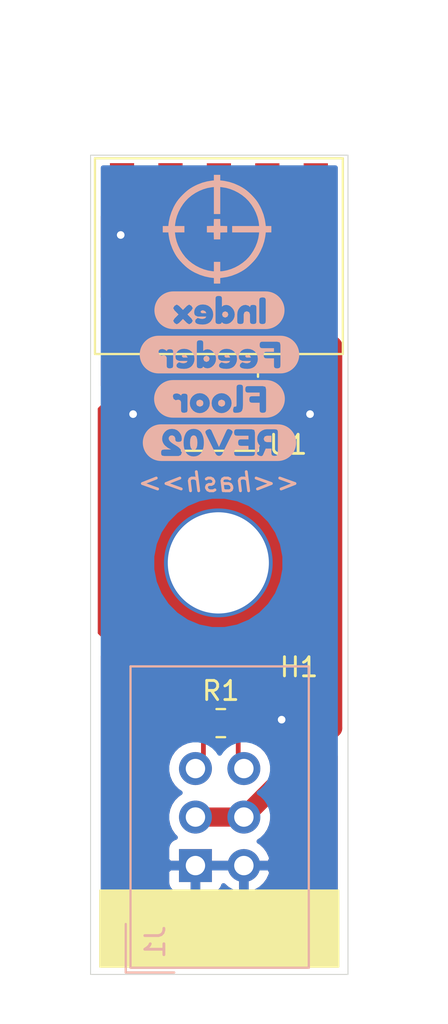
<source format=kicad_pcb>
(kicad_pcb (version 20211014) (generator pcbnew)
  (layers (0 "F.Cu" signal) (31 "B.Cu" signal) (34 "B.Paste" user) (35 "F.Paste" user) (36 "B.SilkS" user "B.Silkscreen") (37 "F.SilkS" user "F.Silkscreen") (38 "B.Mask" user) (39 "F.Mask" user) (44 "Edge.Cuts" user))
  (net 0 "")
  (net 1 "GND")
  (net 2 "1WIRE")
  (net 3 "Net-(U1-Pad3)")
  (net 4 "Net-(U1-Pad4)")
  (net 5 "Net-(U1-Pad5)")
  (net 6 "Net-(U1-Pad6)")
  (net 7 "VIN")
  (net 8 "RS-485+")
  (net 9 "RS-485-")
  (footprint "index:70AA-5" (layer "F.Cu") (at 186.65 29.1)
    (fp_text reference "J2" hide)
    (fp_text value "Conn_01x10_Female")
    (fp_line (start -1.4191 -8.9365) (end -1.4191 1.3135) (layer "F.SilkS") (width 0.12))
    (fp_line (start -1.4191 1.3135) (end 11.5809 1.3135) (layer "F.SilkS") (width 0.12))
    (fp_line (start 11.5809 -8.9365) (end -1.4191 -8.9365) (layer "F.SilkS") (width 0.12))
    (fp_line (start 11.5809 1.3135) (end 11.5809 -8.9365) (layer "F.SilkS") (width 0.12))
    (pad "1" smd rect locked (at 0 0) (size 1.27 2.25) (layers "F.Cu" "F.Paste" "F.Mask") (net 1 "GND"))
    (pad "2" smd rect locked (at 2.54 0) (size 1.27 2.25) (layers "F.Cu" "F.Paste" "F.Mask") (net 2 "1WIRE"))
    (pad "3" smd rect locked (at 5.08 0) (size 1.27 2.25) (layers "F.Cu" "F.Paste" "F.Mask") (net 9 "RS-485-"))
    (pad "4" smd rect locked (at 7.62 0) (size 1.27 2.25) (layers "F.Cu" "F.Paste" "F.Mask") (net 8 "RS-485+"))
    (pad "5" smd rect locked (at 10.16 0) (size 1.27 2.25) (layers "F.Cu" "F.Paste" "F.Mask") (net 7 "VIN"))
    (pad "6" smd rect locked (at 10.16 -7.55) (size 1.27 2.25) (layers "F.Cu" "F.Paste" "F.Mask") (net 7 "VIN"))
    (pad "7" smd rect locked (at 7.62 -7.55) (size 1.27 2.25) (layers "F.Cu" "F.Paste" "F.Mask") (net 8 "RS-485+"))
    (pad "8" smd rect locked (at 5.08 -7.55) (size 1.27 2.25) (layers "F.Cu" "F.Paste" "F.Mask") (net 9 "RS-485-"))
    (pad "9" smd rect locked (at 2.54 -7.5565) (size 1.27 2.25) (layers "F.Cu" "F.Paste" "F.Mask") (net 2 "1WIRE"))
    (pad "10" smd rect locked (at 0 -7.5565) (size 1.27 2.25) (layers "F.Cu" "F.Paste" "F.Mask") (net 1 "GND"))
  )
  (footprint "Resistor_SMD:R_0805_2012Metric" (layer "F.Cu") (at 191.83 49.74 180)
    (fp_text reference "R1" (at 0 1.69) (layer "F.SilkS"))
    (fp_text value "120R")
    (fp_line (start -0.227064 -0.735) (end 0.227064 -0.735) (layer "F.SilkS") (width 0.12))
    (fp_line (start -0.227064 0.735) (end 0.227064 0.735) (layer "F.SilkS") (width 0.12))
    (pad "1" smd roundrect locked (at -0.9125 0 180) (size 1.025 1.4) (layers "F.Cu" "F.Paste" "F.Mask") (roundrect_rratio 0.243902) (net 9 "RS-485-"))
    (pad "2" smd roundrect locked (at 0.9125 0 180) (size 1.025 1.4) (layers "F.Cu" "F.Paste" "F.Mask") (roundrect_rratio 0.243902) (net 8 "RS-485+"))
  )
  (footprint "Package_SO_J-Lead:TSOC-6_3.76x3.94mm_P1.27mm" (layer "F.Cu") (at 191.79 33.4)
    (fp_text reference "U1" (at 3.57 1.76 180) (layer "F.SilkS"))
    (fp_text value "DS2431")
    (fp_line (start 1.99 1.795) (end 1.99 2.08) (layer "F.SilkS") (width 0.12))
    (fp_line (start -1.99 2.08) (end 1.99 2.08) (layer "F.SilkS") (width 0.12))
    (fp_line (start -1.99 1.795) (end -1.99 2.08) (layer "F.SilkS") (width 0.12))
    (fp_line (start 1.99 -2.08) (end 1.99 -1.795) (layer "F.SilkS") (width 0.12))
    (fp_line (start 0 -2.08) (end 1.99 -2.08) (layer "F.SilkS") (width 0.12))
    (pad "1" smd rect locked (at -1.525 -1.27) (size 1.33 0.53) (layers "F.Cu" "F.Paste" "F.Mask") (net 1 "GND"))
    (pad "2" smd rect locked (at -1.525 0) (size 1.33 0.53) (layers "F.Cu" "F.Paste" "F.Mask") (net 2 "1WIRE"))
    (pad "3" smd rect locked (at -1.525 1.27) (size 1.33 0.53) (layers "F.Cu" "F.Paste" "F.Mask") (net 3 "Net-(U1-Pad3)"))
    (pad "4" smd rect locked (at 1.525 1.27) (size 1.33 0.53) (layers "F.Cu" "F.Paste" "F.Mask") (net 4 "Net-(U1-Pad4)"))
    (pad "5" smd rect locked (at 1.525 0) (size 1.33 0.53) (layers "F.Cu" "F.Paste" "F.Mask") (net 5 "Net-(U1-Pad5)"))
    (pad "6" smd rect locked (at 1.525 -1.27) (size 1.33 0.53) (layers "F.Cu" "F.Paste" "F.Mask") (net 6 "Net-(U1-Pad6)"))
  )
  (footprint "MountingHole:MountingHole_5.3mm_M5_Pad_TopOnly" (layer "F.Cu") (at 191.7 41.35)
    (fp_text reference "H1" (at 4.23 5.46) (layer "F.SilkS"))
    (fp_text value "MountingHole")
    (pad "1" thru_hole circle locked (at 0 0) (size 5.7 5.7) (drill 5.3) (layers *.Cu *.Mask))
    (pad "1" connect circle locked (at 0 0) (size 10.6 10.6) (layers "F.Cu" "F.Mask"))
  )
  (footprint "Connector_IDC:IDC-Header_2x03_P2.54mm_Vertical" (layer "B.Cu") (at 190.5 57.2)
    (fp_text reference "J1" (at -2.11 4 90) (layer "B.SilkS") (effects (justify mirror)))
    (fp_text value "IDC")
    (fp_line (start -3.655 5.6) (end -1.115 5.6) (layer "B.SilkS") (width 0.12))
    (fp_line (start -3.405 5.35) (end 5.945 5.35) (layer "B.SilkS") (width 0.12))
    (fp_line (start -3.405 -10.43) (end -3.405 5.35) (layer "B.SilkS") (width 0.12))
    (fp_line (start 5.945 -10.43) (end -3.405 -10.43) (layer "B.SilkS") (width 0.12))
    (fp_line (start -3.655 5.6) (end -3.655 3.06) (layer "B.SilkS") (width 0.12))
    (fp_line (start 5.945 5.35) (end 5.945 -10.43) (layer "B.SilkS") (width 0.12))
    (pad "1" thru_hole rect locked (at 0 0) (size 1.7272 1.7272) (drill 1.016) (layers *.Cu *.Mask) (net 1 "GND"))
    (pad "2" thru_hole oval locked (at 2.54 0) (size 1.7272 1.7272) (drill 1.016) (layers *.Cu *.Mask) (net 1 "GND"))
    (pad "3" thru_hole oval locked (at 0 -2.54) (size 1.7272 1.7272) (drill 1.016) (layers *.Cu *.Mask) (net 7 "VIN"))
    (pad "4" thru_hole oval locked (at 2.54 -2.54) (size 1.7272 1.7272) (drill 1.016) (layers *.Cu *.Mask) (net 7 "VIN"))
    (pad "5" thru_hole oval locked (at 0 -5.08) (size 1.7272 1.7272) (drill 1.016) (layers *.Cu *.Mask) (net 8 "RS-485+"))
    (pad "6" thru_hole oval locked (at 2.54 -5.08) (size 1.7272 1.7272) (drill 1.016) (layers *.Cu *.Mask) (net 9 "RS-485-"))
  )
  (footprint "index:logo" (layer "B.Cu") (at 191.64 23.87 180)
    (fp_text reference "G***" hide)
    (fp_text value "LOGO" hide)
    (fp_poly (pts (xy 0.172439 0.342195) (xy 0.176389 0.162278) (xy 0.356305 0.158329) (xy 0.536222 0.154379) (xy 0.536222 -0.16849) (xy 0.356305 -0.172439) (xy 0.176389 -0.176389) (xy 0.172439 -0.356305) (xy 0.16849 -0.536222) (xy -0.154379 -0.536222) (xy -0.158329 -0.356305) (xy -0.162278 -0.176389) (xy -0.342195 -0.172439) (xy -0.522111 -0.16849) (xy -0.522111 0.154379) (xy -0.342195 0.158329) (xy -0.162278 0.162278) (xy -0.158329 0.342195) (xy -0.154379 0.522111) (xy 0.16849 0.522111) (xy 0.172439 0.342195)) (layer "B.SilkS") (width 0.01) (fill solid))
    (fp_poly (pts (xy 0.169333 2.543898) (xy 0.263869 2.534212) (xy 0.52296 2.493539) (xy 0.77827 2.424972) (xy 1.029979 2.32846) (xy 1.150055 2.27195) (xy 1.292674 2.196349) (xy 1.419534 2.118738) (xy 1.537813 2.033871) (xy 1.654691 1.936508) (xy 1.777345 1.821403) (xy 1.806554 1.792443) (xy 1.926386 1.667492) (xy 2.027294 1.549938) (xy 2.114522 1.432602) (xy 2.193312 1.308306) (xy 2.268909 1.16987) (xy 2.286061 1.135945) (xy 2.396061 0.885908) (xy 2.478089 0.632356) (xy 2.532199 0.375109) (xy 2.548323 0.249759) (xy 2.558008 0.155222) (xy 2.850444 0.155222) (xy 2.850444 -0.169333) (xy 2.557399 -0.169333) (xy 2.547535 -0.264583) (xy 2.507659 -0.521009) (xy 2.441477 -0.771033) (xy 2.348236 -1.017208) (xy 2.286061 -1.150055) (xy 2.21046 -1.292674) (xy 2.132848 -1.419534) (xy 2.047982 -1.537813) (xy 1.950619 -1.654691) (xy 1.835514 -1.777345) (xy 1.806554 -1.806554) (xy 1.681603 -1.926386) (xy 1.564049 -2.027294) (xy 1.446713 -2.114522) (xy 1.322416 -2.193312) (xy 1.18398 -2.268909) (xy 1.150055 -2.286061) (xy 0.900019 -2.396061) (xy 0.646466 -2.478089) (xy 0.38922 -2.532199) (xy 0.263869 -2.548323) (xy 0.169333 -2.558008) (xy 0.169333 -2.850444) (xy -0.155222 -2.850444) (xy -0.155222 -2.558008) (xy -0.249759 -2.548323) (xy -0.508849 -2.507649) (xy -0.76416 -2.439083) (xy -1.015868 -2.34257) (xy -1.135945 -2.286061) (xy -1.278563 -2.21046) (xy -1.405423 -2.132848) (xy -1.523702 -2.047982) (xy -1.64058 -1.950619) (xy -1.763235 -1.835514) (xy -1.792443 -1.806554) (xy -1.912275 -1.681603) (xy -2.013183 -1.564049) (xy -2.100411 -1.446713) (xy -2.179202 -1.322416) (xy -2.254798 -1.18398) (xy -2.27195 -1.150055) (xy -2.38195 -0.900019) (xy -2.463979 -0.646466) (xy -2.518088 -0.38922) (xy -2.534212 -0.263869) (xy -2.543898 -0.169333) (xy -2.836333 -0.169333) (xy -2.836333 0.155222) (xy -2.543898 0.155222) (xy -2.205231 0.155222) (xy -0.790222 0.155222) (xy -0.790222 -0.169333) (xy -2.205231 -0.169333) (xy -2.195524 -0.264583) (xy -2.159639 -0.484313) (xy -2.097594 -0.704567) (xy -2.011111 -0.921475) (xy -1.901907 -1.131165) (xy -1.771704 -1.329766) (xy -1.659801 -1.470858) (xy -1.506596 -1.628821) (xy -1.33195 -1.773377) (xy -1.140543 -1.901804) (xy -0.937055 -2.011383) (xy -0.726165 -2.09939) (xy -0.512554 -2.163106) (xy -0.443468 -2.178102) (xy -0.370237 -2.192329) (xy -0.31788 -2.201925) (xy -0.27962 -2.20791) (xy -0.248682 -2.211303) (xy -0.218287 -2.213125) (xy -0.208139 -2.213523) (xy -0.155222 -2.215444) (xy -0.155222 -1.721555) (xy 0.169333 -1.721555) (xy 0.169333 -2.219342) (xy 0.264583 -2.209635) (xy 0.483298 -2.173883) (xy 0.70209 -2.112335) (xy 0.916909 -2.027114) (xy 1.123706 -1.920343) (xy 1.318431 -1.794146) (xy 1.497033 -1.650645) (xy 1.655463 -1.491964) (xy 1.673912 -1.470858) (xy 1.818922 -1.28327) (xy 1.944237 -1.081651) (xy 2.048139 -0.869873) (xy 2.128907 -0.651808) (xy 2.184824 -0.431326) (xy 2.209635 -0.264583) (xy 2.219342 -0.169333) (xy 1.721555 -0.169333) (xy 1.721555 0.155222) (xy 2.219342 0.155222) (xy 2.209635 0.250472) (xy 2.173749 0.470202) (xy 2.111705 0.690456) (xy 2.025222 0.907364) (xy 1.916018 1.117054) (xy 1.785814 1.315655) (xy 1.673912 1.456747) (xy 1.518331 1.617203) (xy 1.342063 1.762747) (xy 1.149159 1.891257) (xy 0.943669 2.000609) (xy 0.729643 2.088681) (xy 0.511131 2.153349) (xy 0.292182 2.192491) (xy 0.264583 2.195524) (xy 0.169333 2.205231) (xy 0.169333 0.790222) (xy -0.155222 0.790222) (xy -0.155222 2.205231) (xy -0.250472 2.195524) (xy -0.469187 2.159772) (xy -0.687979 2.098224) (xy -0.902798 2.013003) (xy -1.109595 1.906233) (xy -1.30432 1.780035) (xy -1.482922 1.636534) (xy -1.641352 1.477853) (xy -1.659801 1.456747) (xy -1.804811 1.269159) (xy -1.930126 1.06754) (xy -2.034028 0.855762) (xy -2.114796 0.637697) (xy -2.170713 0.417216) (xy -2.195524 0.250472) (xy -2.205231 0.155222) (xy -2.543898 0.155222) (xy -2.534212 0.249759) (xy -2.493539 0.508849) (xy -2.424972 0.76416) (xy -2.32846 1.015868) (xy -2.27195 1.135945) (xy -2.196349 1.278563) (xy -2.118738 1.405423) (xy -2.033871 1.523702) (xy -1.936508 1.64058) (xy -1.821403 1.763235) (xy -1.792443 1.792443) (xy -1.667492 1.912275) (xy -1.549938 2.013183) (xy -1.432602 2.100411) (xy -1.308306 2.179202) (xy -1.16987 2.254798) (xy -1.135945 2.27195) (xy -0.885908 2.38195) (xy -0.632356 2.463979) (xy -0.375109 2.518088) (xy -0.249759 2.534212) (xy -0.155222 2.543898) (xy -0.155222 2.836333) (xy 0.169333 2.836333) (xy 0.169333 2.543898)) (layer "B.SilkS") (width 0.01) (fill solid))
  )
  (footprint "label" (layer "B.Cu") (at 191.76 28.12 180)
    (fp_text reference "svg2mod" hide)
    (fp_text value "G***" hide)
    (fp_poly (pts (xy 0.923925 -0.158115) (xy 0.996315 -0.097155) (xy 0.962977 -0.02667) (xy 0.867727 0) (xy 0.744855 -0.050483) (xy 0.683895 -0.158115) (xy 0.923925 -0.158115)) (layer "B.SilkS") (width 0) (fill solid))
    (fp_poly (pts (xy -2.425065 0.98679) (xy -2.425065 0.504825) (xy -2.422208 0.570548) (xy -2.40411 0.62103) (xy -2.353628 0.659606) (xy -2.25552 0.672465) (xy -2.149316 0.654844) (xy -2.097405 0.60198) (xy -0.127635 0.58293) (xy -0.124778 0.648653) (xy -0.107633 0.698183) (xy -0.05715 0.737235) (xy 0.039052 0.748665) (xy 0.135255 0.737235) (xy 0.185737 0.69723) (xy 0.202882 0.646748) (xy 0.20574 0.581025) (xy 0.484822 0.157163) (xy 0.5969 0.237067) (xy 0.726122 0.285009) (xy 0.87249 0.30099) (xy 0.996077 0.289322) (xy 1.102042 0.254317) (xy 1.190387 0.195977) (xy 1.26111 0.1143) (xy 1.309687 0.010716) (xy 1.32588 -0.101918) (xy 1.311354 -0.203835) (xy 1.267777 -0.275273) (xy 1.13919 -0.33147) (xy 0.687705 -0.33147) (xy 0.75057 -0.421005) (xy 0.8763 -0.4572) (xy 0.974884 -0.451485) (xy 1.049655 -0.43434) (xy 1.07061 -0.42672) (xy 1.14681 -0.405765) (xy 1.251585 -0.49149) (xy 1.27635 -0.57912) (xy 1.25099 -0.653296) (xy 1.174909 -0.706279) (xy 1.048107 -0.738068) (xy 0.870585 -0.748665) (xy 0.737473 -0.736521) (xy 0.620077 -0.700088) (xy 0.522684 -0.643652) (xy 0.44958 -0.5715) (xy 0.382905 -0.464608) (xy 0.3429 -0.349673) (xy 0.329565 -0.226695) (xy 0.346816 -0.077364) (xy 0.398568 0.050588) (xy 0.484822 0.157163) (xy 0.20574 0.581025) (xy 0.20574 -0.55626) (xy 0.202882 -0.621983) (xy 0.184785 -0.67056) (xy 0.130254 -0.709136) (xy 0.023812 -0.721995) (xy -0.079296 -0.698659) (xy -0.123825 -0.62865) (xy -0.219551 -0.69723) (xy -0.34671 -0.72009) (xy -0.457623 -0.703474) (xy -0.561763 -0.653627) (xy -0.65913 -0.570548) (xy -0.737447 -0.465349) (xy -0.784437 -0.349144) (xy -0.8001 -0.221933) (xy -0.784331 -0.094615) (xy -0.737023 0.021908) (xy -0.658178 0.127635) (xy -0.560493 0.211243) (xy -0.456671 0.261408) (xy -0.34671 0.27813) (xy -0.221456 0.254317) (xy -0.127635 0.18288) (xy -0.127635 0.58293) (xy -2.097405 0.60198) (xy -2.08788 0.50292) (xy -1.377315 0.280035) (xy -1.257406 0.263843) (xy -1.151678 0.215265) (xy -1.060133 0.134303) (xy -0.989753 0.030057) (xy -0.947526 -0.088371) (xy -0.93345 -0.22098) (xy -0.93345 -0.55626) (xy -0.936308 -0.621983) (xy -0.9525 -0.67056) (xy -1.002983 -0.709136) (xy -1.10109 -0.721995) (xy -1.20777 -0.704374) (xy -1.2573 -0.65151) (xy -1.26873 -0.554355) (xy -1.26873 -0.219075) (xy -1.313498 -0.097155) (xy -1.433513 -0.05334) (xy -1.555433 -0.09906) (xy -1.602105 -0.219075) (xy -1.602105 -0.55626) (xy -1.604963 -0.621983) (xy -1.62306 -0.67056) (xy -1.672114 -0.709136) (xy -1.769745 -0.721995) (xy -1.866424 -0.709136) (xy -1.91643 -0.67056) (xy -1.932623 -0.620078) (xy -1.93548 -0.554355) (xy -1.93548 0.120015) (xy -1.932623 0.183833) (xy -1.914525 0.23241) (xy -1.864519 0.268129) (xy -1.76784 0.280035) (xy -1.674019 0.269081) (xy -1.624965 0.23622) (xy -1.605915 0.158115) (xy -1.571625 0.196215) (xy -1.52019 0.23622) (xy -1.377315 0.280035) (xy -2.08788 0.50292) (xy -2.08788 -0.55626) (xy -2.090738 -0.622935) (xy -2.108835 -0.672465) (xy -2.159318 -0.711041) (xy -2.257425 -0.7239) (xy -2.363153 -0.705803) (xy -2.413635 -0.65151) (xy -2.425065 -0.554355) (xy -2.425065 0.504825) (xy -2.425065 0.98679) (xy -2.425224 0.98679) (xy -2.521946 0.982038) (xy -2.617737 0.967829) (xy -2.711674 0.944299) (xy -2.802852 0.911675) (xy -2.890393 0.870271) (xy -2.973455 0.820486) (xy -3.051237 0.762799) (xy -3.12299 0.697766) (xy -3.188023 0.626013) (xy -3.24571 0.548231) (xy -3.295495 0.46517) (xy -3.336899 0.377628) (xy -3.369523 0.28645) (xy -3.393053 0.192513) (xy -3.407262 0.096722) (xy -3.412014 0) (xy -3.407262 -0.096722) (xy -3.393053 -0.192513) (xy -3.369523 -0.28645) (xy -3.336899 -0.377628) (xy -3.295495 -0.46517) (xy -3.24571 -0.548231) (xy -3.188023 -0.626013) (xy -3.12299 -0.697766) (xy -3.051237 -0.762799) (xy -2.973455 -0.820486) (xy -2.890393 -0.870271) (xy -2.802852 -0.911675) (xy -2.711674 -0.944299) (xy -2.617737 -0.967829) (xy -2.521946 -0.982038) (xy -2.425224 -0.98679) (xy -2.425065 -0.98679) (xy 2.425065 -0.98679) (xy 2.356485 -0.667703) (xy 2.24028 -0.73533) (xy 2.124075 -0.66675) (xy 1.914525 -0.455295) (xy 1.70307 -0.66675) (xy 1.587817 -0.73533) (xy 1.471612 -0.667703) (xy 1.40208 -0.551498) (xy 1.47066 -0.43434) (xy 1.682115 -0.22098) (xy 1.47066 -0.00762) (xy 1.40208 0.109538) (xy 1.471612 0.226695) (xy 1.587817 0.295275) (xy 1.70307 0.226695) (xy 1.914525 0.013335) (xy 2.124075 0.226695) (xy 2.24028 0.295275) (xy 2.356485 0.226695) (xy 2.425065 0.109538) (xy 2.356485 -0.00762) (xy 2.14503 -0.22098) (xy 2.356485 -0.43434) (xy 2.425065 -0.551498) (xy 2.356485 -0.667703) (xy 2.425065 -0.98679) (xy 2.425224 -0.98679) (xy 2.521946 -0.982038) (xy 2.617737 -0.967829) (xy 2.711674 -0.944299) (xy 2.802852 -0.911675) (xy 2.890393 -0.870271) (xy 2.973455 -0.820486) (xy 3.051237 -0.762799) (xy 3.12299 -0.697766) (xy 3.188023 -0.626013) (xy 3.24571 -0.548231) (xy 3.295495 -0.46517) (xy 3.336899 -0.377628) (xy 3.369523 -0.28645) (xy 3.393053 -0.192513) (xy 3.407262 -0.096722) (xy 3.412014 0) (xy 3.407262 0.096722) (xy 3.393053 0.192513) (xy 3.369523 0.28645) (xy 3.336899 0.377628) (xy 3.295495 0.46517) (xy 3.24571 0.548231) (xy 3.188023 0.626013) (xy 3.12299 0.697766) (xy 3.051237 0.762799) (xy 2.973455 0.820486) (xy 2.890393 0.870271) (xy 2.802852 0.911675) (xy 2.711674 0.944299) (xy 2.617737 0.967829) (xy 2.521946 0.982038) (xy 2.425224 0.98679) (xy 2.425065 0.98679) (xy -2.425065 0.98679)) (layer "B.SilkS") (width 0) (fill solid))
    (fp_poly (pts (xy -0.417195 -0.337185) (xy -0.29718 -0.38862) (xy -0.180023 -0.337185) (xy -0.13335 -0.223838) (xy -0.178118 -0.108585) (xy -0.299085 -0.055245) (xy -0.421005 -0.107633) (xy -0.466725 -0.222885) (xy -0.417195 -0.337185)) (layer "B.SilkS") (width 0) (fill solid))
  )
  (footprint "label" (layer "B.Cu") (at 191.76 30.44161 180)
    (fp_text reference "svg2mod" hide)
    (fp_text value "G***" hide)
    (fp_poly (pts (xy -0.325755 -0.158115) (xy -0.253365 -0.097155) (xy -0.286703 -0.02667) (xy -0.381953 0) (xy -0.504825 -0.050483) (xy -0.565785 -0.158115) (xy -0.325755 -0.158115)) (layer "B.SilkS") (width 0) (fill solid))
    (fp_poly (pts (xy -3.19659 0.98679) (xy -2.272665 0.672465) (xy -2.206943 0.669608) (xy 0.85344 0.58293) (xy 0.856297 0.648653) (xy 0.873442 0.698183) (xy 0.923925 0.737235) (xy 1.020127 0.748665) (xy 1.11633 0.737235) (xy 1.166812 0.69723) (xy 1.183957 0.646748) (xy 1.186815 0.581025) (xy 1.465897 0.157163) (xy 1.577975 0.237067) (xy 1.707197 0.285009) (xy 1.853565 0.30099) (xy 1.977152 0.289322) (xy 2.083117 0.254317) (xy 2.171462 0.195977) (xy 2.242185 0.1143) (xy 2.290762 0.010716) (xy 2.306955 -0.101918) (xy 2.292429 -0.203835) (xy 2.248852 -0.275273) (xy 2.120265 -0.33147) (xy 1.66878 -0.33147) (xy 1.731645 -0.421005) (xy 1.857375 -0.4572) (xy 1.955959 -0.451485) (xy 2.03073 -0.43434) (xy 2.051685 -0.42672) (xy 2.127885 -0.405765) (xy 2.23266 -0.49149) (xy 2.257425 -0.57912) (xy 2.232065 -0.653296) (xy 2.155984 -0.706279) (xy 2.029182 -0.738068) (xy 1.85166 -0.748665) (xy 1.718548 -0.736521) (xy 1.601152 -0.700088) (xy 1.503759 -0.643652) (xy 1.430655 -0.5715) (xy 1.36398 -0.464608) (xy 1.323975 -0.349673) (xy 1.31064 -0.226695) (xy 1.327891 -0.077364) (xy 1.379643 0.050588) (xy 1.465897 0.157163) (xy 1.186815 0.581025) (xy 1.186815 -0.55626) (xy 1.183957 -0.621983) (xy 1.16586 -0.67056) (xy 1.111329 -0.709136) (xy 1.004887 -0.721995) (xy 0.901779 -0.698659) (xy 0.85725 -0.62865) (xy 0.761524 -0.69723) (xy 0.634365 -0.72009) (xy 0.523452 -0.703474) (xy 0.419312 -0.653627) (xy 0.321945 -0.570548) (xy 0.243628 -0.465349) (xy 0.196638 -0.349144) (xy 0.180975 -0.221933) (xy 0.196744 -0.094615) (xy 0.244052 0.021908) (xy 0.322897 0.127635) (xy 0.420582 0.211243) (xy 0.524404 0.261408) (xy 0.634365 0.27813) (xy 0.759619 0.254317) (xy 0.85344 0.18288) (xy 0.85344 0.58293) (xy -2.206943 0.669608) (xy -2.157413 0.65151) (xy -2.11836 0.600075) (xy -2.10693 0.50292) (xy -2.11836 0.405765) (xy -2.158365 0.355283) (xy -2.208848 0.338138) (xy -1.942677 0.050588) (xy -1.856423 0.157163) (xy -1.744345 0.237067) (xy -1.615123 0.285009) (xy -1.468755 0.30099) (xy -1.345168 0.289322) (xy -1.239203 0.254317) (xy -1.150858 0.195977) (xy -1.080135 0.1143) (xy -0.902864 -0.077364) (xy -0.851112 0.050588) (xy -0.764858 0.157163) (xy -0.65278 0.237067) (xy -0.523558 0.285009) (xy -0.37719 0.30099) (xy -0.253603 0.289322) (xy -0.147638 0.254317) (xy -0.059293 0.195977) (xy 0.01143 0.1143) (xy 0.060007 0.010716) (xy 0.0762 -0.101918) (xy 0.061674 -0.203835) (xy 0.018097 -0.275273) (xy -0.11049 -0.33147) (xy -0.561975 -0.33147) (xy -0.49911 -0.421005) (xy -0.37338 -0.4572) (xy -0.274796 -0.451485) (xy -0.200025 -0.43434) (xy -0.17907 -0.42672) (xy -0.10287 -0.405765) (xy 0.001905 -0.49149) (xy 0.02667 -0.57912) (xy 0.00131 -0.653296) (xy -0.074771 -0.706279) (xy -0.201573 -0.738068) (xy -0.379095 -0.748665) (xy -0.512207 -0.736521) (xy -0.629603 -0.700088) (xy -0.726996 -0.643652) (xy -0.8001 -0.5715) (xy -0.866775 -0.464608) (xy -0.90678 -0.349673) (xy -0.920115 -0.226695) (xy -0.902864 -0.077364) (xy -1.080135 0.1143) (xy -1.031558 0.010716) (xy -1.015365 -0.101918) (xy -1.029891 -0.203835) (xy -1.073468 -0.275273) (xy -1.202055 -0.33147) (xy -1.65354 -0.33147) (xy -1.590675 -0.421005) (xy -1.464945 -0.4572) (xy -1.366361 -0.451485) (xy -1.29159 -0.43434) (xy -1.270635 -0.42672) (xy -1.194435 -0.405765) (xy -1.08966 -0.49149) (xy -1.064895 -0.57912) (xy -1.090255 -0.653296) (xy -1.166336 -0.706279) (xy -1.293138 -0.738068) (xy -1.47066 -0.748665) (xy -1.603772 -0.736521) (xy -1.721168 -0.700088) (xy -1.818561 -0.643652) (xy -1.891665 -0.5715) (xy -1.95834 -0.464608) (xy -1.998345 -0.349673) (xy -2.01168 -0.226695) (xy -1.994429 -0.077364) (xy -1.942677 0.050588) (xy -2.208848 0.338138) (xy -2.276475 0.33528) (xy -2.859405 0.33528) (xy -2.859405 0.142875) (xy -2.48412 0.142875) (xy -2.416493 0.140018) (xy -2.36601 0.12192) (xy -2.328863 0.070009) (xy -2.31648 -0.028575) (xy -2.334578 -0.134779) (xy -2.38887 -0.18669) (xy -2.486025 -0.196215) (xy -2.859405 -0.196215) (xy -2.859405 -0.55626) (xy -2.862263 -0.622935) (xy -2.88036 -0.672465) (xy -2.930843 -0.711041) (xy -3.02895 -0.7239) (xy -3.134678 -0.705803) (xy -3.18516 -0.65151) (xy -3.19659 -0.554355) (xy -3.19659 0.504825) (xy -3.160395 0.637223) (xy -3.023235 0.672465) (xy -2.272665 0.672465) (xy -3.19659 0.98679) (xy -3.196749 0.98679) (xy -3.293471 0.982038) (xy -3.389262 0.967829) (xy -3.483199 0.944299) (xy -3.574377 0.911675) (xy -3.661918 0.870271) (xy -3.74498 0.820486) (xy -3.822762 0.762799) (xy -3.894515 0.697766) (xy -3.959548 0.626013) (xy -4.017235 0.548231) (xy -4.06702 0.46517) (xy -4.108424 0.377628) (xy -4.141048 0.28645) (xy -4.164578 0.192513) (xy -4.178787 0.096722) (xy -4.183539 0) (xy -4.178787 -0.096722) (xy -4.164578 -0.192513) (xy -4.141048 -0.28645) (xy -4.108424 -0.377628) (xy -4.06702 -0.46517) (xy -4.017235 -0.548231) (xy -3.959548 -0.626013) (xy -3.894515 -0.697766) (xy -3.822762 -0.762799) (xy -3.74498 -0.820486) (xy -3.661918 -0.870271) (xy -3.574377 -0.911675) (xy -3.483199 -0.944299) (xy -3.389262 -0.967829) (xy -3.293471 -0.982038) (xy -3.196749 -0.98679) (xy -3.19659 -0.98679) (xy 3.19659 -0.98679) (xy 3.05562 -0.06477) (xy 2.989897 -0.04953) (xy 2.90703 -0.03429) (xy 2.810827 -0.070485) (xy 2.76606 -0.158115) (xy 2.76606 -0.558165) (xy 2.763202 -0.623888) (xy 2.745105 -0.67437) (xy 2.69367 -0.711518) (xy 2.596515 -0.7239) (xy 2.46507 -0.691515) (xy 2.43078 -0.6096) (xy 2.43078 -0.554355) (xy 2.43078 0.1143) (xy 2.433637 0.180023) (xy 2.44983 0.2286) (xy 2.500312 0.267176) (xy 2.59842 0.280035) (xy 2.691289 0.269081) (xy 2.741295 0.23622) (xy 2.76225 0.173355) (xy 2.789872 0.20574) (xy 2.867025 0.257175) (xy 2.970847 0.28956) (xy 3.046095 0.284798) (xy 3.11277 0.268605) (xy 3.172777 0.229553) (xy 3.19659 0.14097) (xy 3.160395 0.00762) (xy 3.05562 -0.06477) (xy 3.19659 -0.98679) (xy 3.196749 -0.98679) (xy 3.293471 -0.982038) (xy 3.389262 -0.967829) (xy 3.483199 -0.944299) (xy 3.574377 -0.911675) (xy 3.661918 -0.870271) (xy 3.74498 -0.820486) (xy 3.822762 -0.762799) (xy 3.894515 -0.697766) (xy 3.959548 -0.626013) (xy 4.017235 -0.548231) (xy 4.06702 -0.46517) (xy 4.108424 -0.377628) (xy 4.141048 -0.28645) (xy 4.164578 -0.192513) (xy 4.178787 -0.096722) (xy 4.183539 0) (xy 4.178787 0.096722) (xy 4.164578 0.192513) (xy 4.141048 0.28645) (xy 4.108424 0.377628) (xy 4.06702 0.46517) (xy 4.017235 0.548231) (xy 3.959548 0.626013) (xy 3.894515 0.697766) (xy 3.822762 0.762799) (xy 3.74498 0.820486) (xy 3.661918 0.870271) (xy 3.574377 0.911675) (xy 3.483199 0.944299) (xy 3.389262 0.967829) (xy 3.293471 0.982038) (xy 3.196749 0.98679) (xy 3.19659 0.98679) (xy -3.19659 0.98679)) (layer "B.SilkS") (width 0) (fill solid))
    (fp_poly (pts (xy 1.905 -0.158115) (xy 1.97739 -0.097155) (xy 1.944052 -0.02667) (xy 1.848802 0) (xy 1.72593 -0.050483) (xy 1.66497 -0.158115) (xy 1.905 -0.158115)) (layer "B.SilkS") (width 0) (fill solid))
    (fp_poly (pts (xy -1.41732 -0.158115) (xy -1.34493 -0.097155) (xy -1.378268 -0.02667) (xy -1.473518 0) (xy -1.59639 -0.050483) (xy -1.65735 -0.158115) (xy -1.41732 -0.158115)) (layer "B.SilkS") (width 0) (fill solid))
    (fp_poly (pts (xy 0.56388 -0.337185) (xy 0.683895 -0.38862) (xy 0.801052 -0.337185) (xy 0.847725 -0.223838) (xy 0.802957 -0.108585) (xy 0.68199 -0.055245) (xy 0.56007 -0.107633) (xy 0.51435 -0.222885) (xy 0.56388 -0.337185)) (layer "B.SilkS") (width 0) (fill solid))
  )
  (footprint "label" (layer "B.Cu") (at 191.76 32.761315 180)
    (fp_text reference "svg2mod" hide)
    (fp_text value "G***" hide)
    (fp_poly (pts (xy -0.238125 -0.364808) (xy -0.1143 -0.41148) (xy 0.01143 -0.363855) (xy 0.058579 -0.3048) (xy 0.074295 -0.222885) (xy 0.059531 -0.141446) (xy 0.01524 -0.08382) (xy -0.112395 -0.0381) (xy -0.24003 -0.085725) (xy -0.284321 -0.144542) (xy -0.299085 -0.225743) (xy -0.283845 -0.306705) (xy -0.238125 -0.364808)) (layer "B.SilkS") (width 0) (fill solid))
    (fp_poly (pts (xy 0.904875 -0.364808) (xy 1.0287 -0.41148) (xy 1.15443 -0.363855) (xy 1.201579 -0.3048) (xy 1.217295 -0.222885) (xy 1.202531 -0.141446) (xy 1.15824 -0.08382) (xy 1.030605 -0.0381) (xy 0.90297 -0.085725) (xy 0.858679 -0.144542) (xy 0.843915 -0.225743) (xy 0.859155 -0.306705) (xy 0.904875 -0.364808)) (layer "B.SilkS") (width 0) (fill solid))
    (fp_poly (pts (xy -2.444115 0.984885) (xy -1.52019 0.66675) (xy -1.454468 0.663893) (xy -1.404938 0.645795) (xy -1.23063 0.57912) (xy -1.227773 0.644843) (xy -1.21158 0.695325) (xy -1.161098 0.733901) (xy -1.06299 0.74676) (xy -0.968693 0.733901) (xy -0.91821 0.695325) (xy -0.900113 0.64389) (xy -0.897255 0.577215) (xy -0.36449 0.23114) (xy -0.24257 0.28067) (xy -0.11049 0.29718) (xy 0.021378 0.280776) (xy 0.142663 0.231563) (xy 0.253365 0.149543) (xy 0.341207 0.042122) (xy 0.393912 -0.083291) (xy 0.41148 -0.226695) (xy 0.50673 -0.2286) (xy 0.52451 -0.08509) (xy 0.57785 0.04064) (xy 0.66675 0.14859) (xy 0.77851 0.23114) (xy 0.90043 0.28067) (xy 1.03251 0.29718) (xy 1.164378 0.280776) (xy 1.285663 0.231563) (xy 1.396365 0.149543) (xy 1.484207 0.042122) (xy 1.536912 -0.083291) (xy 1.678305 -0.56007) (xy 1.678305 0.108585) (xy 1.681163 0.174308) (xy 1.697355 0.222885) (xy 1.747838 0.261461) (xy 1.845945 0.27432) (xy 1.938814 0.263366) (xy 1.98882 0.230505) (xy 2.009775 0.16764) (xy 2.037398 0.200025) (xy 2.11455 0.25146) (xy 2.218373 0.283845) (xy 2.29362 0.279083) (xy 2.360295 0.26289) (xy 2.420303 0.223838) (xy 2.444115 0.135255) (xy 2.40792 0.001905) (xy 2.303145 -0.070485) (xy 2.237423 -0.055245) (xy 2.154555 -0.040005) (xy 2.058352 -0.0762) (xy 2.013585 -0.16383) (xy 2.013585 -0.56388) (xy 2.010727 -0.629603) (xy 1.99263 -0.680085) (xy 1.941195 -0.717233) (xy 1.84404 -0.729615) (xy 1.712595 -0.69723) (xy 1.678305 -0.615315) (xy 1.678305 -0.56007) (xy 1.536912 -0.083291) (xy 1.55448 -0.226695) (xy 1.534001 -0.375999) (xy 1.472565 -0.507683) (xy 1.381839 -0.614363) (xy 1.273493 -0.688658) (xy 1.154192 -0.732234) (xy 1.030605 -0.74676) (xy 0.90678 -0.731282) (xy 0.786765 -0.684848) (xy 0.677942 -0.608171) (xy 0.587693 -0.501968) (xy 0.526971 -0.373142) (xy 0.50673 -0.2286) (xy 0.41148 -0.226695) (xy 0.391001 -0.375999) (xy 0.329565 -0.507683) (xy 0.238839 -0.614363) (xy 0.130493 -0.688658) (xy 0.011192 -0.732234) (xy -0.112395 -0.74676) (xy -0.23622 -0.731282) (xy -0.356235 -0.684848) (xy -0.465058 -0.608171) (xy -0.555308 -0.501968) (xy -0.616029 -0.373142) (xy -0.63627 -0.2286) (xy -0.61849 -0.08509) (xy -0.56515 0.04064) (xy -0.47625 0.14859) (xy -0.36449 0.23114) (xy -0.897255 0.577215) (xy -0.897255 -0.3048) (xy -0.885825 -0.391478) (xy -0.835343 -0.409575) (xy -0.782955 -0.412433) (xy -0.75057 -0.428625) (xy -0.71247 -0.56388) (xy -0.721995 -0.660559) (xy -0.75057 -0.710565) (xy -0.83439 -0.730568) (xy -0.98679 -0.721995) (xy -1.107758 -0.688181) (xy -1.17729 -0.62484) (xy -1.217295 -0.503872) (xy -1.23063 -0.32766) (xy -1.23063 0.57912) (xy -1.404938 0.645795) (xy -1.365885 0.59436) (xy -1.354455 0.497205) (xy -1.365885 0.40005) (xy -1.40589 0.349568) (xy -1.456373 0.332423) (xy -1.524 0.329565) (xy -2.10693 0.329565) (xy -2.10693 0.13716) (xy -1.731645 0.13716) (xy -1.664018 0.134303) (xy -1.613535 0.116205) (xy -1.576388 0.064294) (xy -1.564005 -0.03429) (xy -1.582103 -0.140494) (xy -1.636395 -0.192405) (xy -1.73355 -0.20193) (xy -2.10693 -0.20193) (xy -2.10693 -0.561975) (xy -2.109788 -0.62865) (xy -2.127885 -0.67818) (xy -2.178368 -0.716756) (xy -2.276475 -0.729615) (xy -2.382203 -0.711518) (xy -2.432685 -0.657225) (xy -2.444115 -0.56007) (xy -2.444115 0.49911) (xy -2.40792 0.631508) (xy -2.27076 0.66675) (xy -1.52019 0.66675) (xy -2.444115 0.984885) (xy -2.444274 0.984885) (xy -2.540809 0.980143) (xy -2.636415 0.965961) (xy -2.730171 0.942476) (xy -2.821173 0.909915) (xy -2.908545 0.868591) (xy -2.991447 0.818902) (xy -3.069078 0.761326) (xy -3.140693 0.696419) (xy -3.2056 0.624804) (xy -3.263176 0.547173) (xy -3.312865 0.464272) (xy -3.354189 0.376899) (xy -3.38675 0.285897) (xy -3.410234 0.192142) (xy -3.424416 0.096536) (xy -3.429159 0) (xy -3.424416 -0.096536) (xy -3.410234 -0.192142) (xy -3.38675 -0.285897) (xy -3.354189 -0.376899) (xy -3.312865 -0.464272) (xy -3.263176 -0.547173) (xy -3.2056 -0.624804) (xy -3.140693 -0.696419) (xy -3.069078 -0.761326) (xy -2.991447 -0.818902) (xy -2.908545 -0.868591) (xy -2.821173 -0.909915) (xy -2.730171 -0.942476) (xy -2.636415 -0.965961) (xy -2.540809 -0.980143) (xy -2.444274 -0.984885) (xy -2.444115 -0.984885) (xy 2.444115 -0.984885) (xy 2.444274 -0.984885) (xy 2.540809 -0.980143) (xy 2.636415 -0.965961) (xy 2.730171 -0.942476) (xy 2.821173 -0.909915) (xy 2.908545 -0.868591) (xy 2.991447 -0.818902) (xy 3.069078 -0.761326) (xy 3.140693 -0.696419) (xy 3.2056 -0.624804) (xy 3.263176 -0.547173) (xy 3.312865 -0.464272) (xy 3.354189 -0.376899) (xy 3.38675 -0.285897) (xy 3.410234 -0.192142) (xy 3.424416 -0.096536) (xy 3.429159 0) (xy 3.424416 0.096536) (xy 3.410234 0.192142) (xy 3.38675 0.285897) (xy 3.354189 0.376899) (xy 3.312865 0.464272) (xy 3.263176 0.547173) (xy 3.2056 0.624804) (xy 3.140693 0.696419) (xy 3.069078 0.761326) (xy 2.991447 0.818902) (xy 2.908545 0.868591) (xy 2.821173 0.909915) (xy 2.730171 0.942476) (xy 2.636415 0.965961) (xy 2.540809 0.980143) (xy 2.444274 0.984885) (xy 2.444115 0.984885) (xy -2.444115 0.984885)) (layer "B.SilkS") (width 0) (fill solid))
  )
  (footprint "label" (layer "B.Cu") (at 191.76 35.05435 180)
    (fp_text reference "svg2mod" hide)
    (fp_text value "G***" hide)
    (fp_poly (pts (xy -3.061335 0.96012) (xy -2.89179 0.70104) (xy -2.48031 0.70104) (xy -2.369608 0.687493) (xy -2.261023 0.646853) (xy -2.154555 0.57912) (xy -2.085023 0.509588) (xy -2.028825 0.4191) (xy -1.991678 0.31242) (xy -1.979295 0.19431) (xy -1.99517 0.059267) (xy -1.85928 -0.52578) (xy -1.85928 0.5334) (xy -1.823085 0.665798) (xy -1.685925 0.70104) (xy -0.935355 0.70104) (xy -0.869633 0.698183) (xy -0.81915 0.680085) (xy -0.663416 0.621983) (xy -0.57912 0.680085) (xy -0.482918 0.71247) (xy -0.432435 0.70485) (xy -0.40005 0.67818) (xy -0.368618 0.627698) (xy -0.343138 0.574358) (xy -0.295275 0.469583) (xy -0.234077 0.335042) (xy -0.168593 0.192405) (xy -0.10287 0.049768) (xy -0.040958 -0.084773) (xy 0.005953 -0.186452) (xy 0.02667 -0.230505) (xy 0.40767 0.603885) (xy 0.43434 0.661035) (xy 0.51816 0.71247) (xy 0.630555 0.680085) (xy 0.714851 0.621983) (xy 0.74295 0.558165) (xy 0.714375 0.466725) (xy 0.911304 0.448389) (xy 0.96393 0.540068) (xy 1.030367 0.611029) (xy 1.119187 0.669608) (xy 1.227058 0.708898) (xy 1.350645 0.721995) (xy 1.473756 0.709136) (xy 1.580197 0.67056) (xy 1.667827 0.612934) (xy 1.734502 0.542925) (xy 1.785223 0.460058) (xy 1.82499 0.363855) (xy 1.85674 0.247227) (xy 1.87579 0.125942) (xy 1.88214 0) (xy 1.872853 -0.163473) (xy 1.844992 -0.309086) (xy 1.798558 -0.43684) (xy 1.995249 -0.428863) (xy 2.048827 -0.338138) (xy 2.127647 -0.257651) (xy 2.22123 -0.189548) (xy 2.322195 -0.128111) (xy 2.42316 -0.067628) (xy 2.516743 -0.003572) (xy 2.595562 0.06858) (xy 2.649141 0.147161) (xy 2.667 0.230505) (xy 2.653665 0.279083) (xy 2.624137 0.330518) (xy 2.573655 0.367665) (xy 2.478405 0.38481) (xy 2.372677 0.340043) (xy 2.322195 0.25146) (xy 2.314575 0.207645) (xy 2.314575 0.196215) (xy 2.311717 0.13335) (xy 2.29362 0.085725) (xy 2.242185 0.051435) (xy 2.14503 0.040005) (xy 2.038826 0.058103) (xy 1.986915 0.112395) (xy 1.97739 0.20955) (xy 1.993159 0.337079) (xy 2.040467 0.455507) (xy 2.119312 0.564833) (xy 2.223664 0.652145) (xy 2.347489 0.704533) (xy 2.490787 0.721995) (xy 2.634192 0.704321) (xy 2.758334 0.651298) (xy 2.863215 0.562928) (xy 2.94259 0.451908) (xy 2.990215 0.330941) (xy 3.00609 0.200025) (xy 2.994184 0.094298) (xy 2.958465 -0.005715) (xy 2.906077 -0.093345) (xy 2.844165 -0.161925) (xy 2.710815 -0.267176) (xy 2.592705 -0.33147) (xy 2.54508 -0.35052) (xy 2.54508 -0.360045) (xy 2.893695 -0.360045) (xy 3.005137 -0.378143) (xy 3.049905 -0.433388) (xy 3.061335 -0.530543) (xy 3.048952 -0.626745) (xy 3.007995 -0.676275) (xy 2.889885 -0.699135) (xy 2.14503 -0.699135) (xy 2.02692 -0.6477) (xy 1.97739 -0.527685) (xy 1.995249 -0.428863) (xy 1.798558 -0.43684) (xy 1.73355 -0.546735) (xy 1.667589 -0.616268) (xy 1.580197 -0.672465) (xy 1.474232 -0.709613) (xy 1.35255 -0.721995) (xy 1.230392 -0.709374) (xy 1.122997 -0.671513) (xy 1.033939 -0.615077) (xy 0.966787 -0.546735) (xy 0.915591 -0.465296) (xy 0.874395 -0.36957) (xy 0.843703 -0.255482) (xy 0.825288 -0.131657) (xy 0.81915 0.001905) (xy 0.824124 0.122767) (xy 0.839047 0.231352) (xy 0.863917 0.32766) (xy 0.911304 0.448389) (xy 0.714375 0.466725) (xy 0.188595 -0.600075) (xy 0.124777 -0.667703) (xy 0.036195 -0.69342) (xy 0.017145 -0.69342) (xy -0.073343 -0.667703) (xy -0.13716 -0.600075) (xy -0.66294 0.466725) (xy -0.691515 0.558165) (xy -0.663416 0.621983) (xy -0.81915 0.680085) (xy -0.780574 0.629603) (xy -0.767715 0.531495) (xy -0.785336 0.425768) (xy -0.8382 0.375285) (xy -0.93726 0.363855) (xy -1.522095 0.363855) (xy -1.522095 0.17145) (xy -1.144905 0.17145) (xy -1.079183 0.168593) (xy -1.0287 0.150495) (xy -0.990124 0.100013) (xy -0.977265 0.001905) (xy -0.995363 -0.103823) (xy -1.049655 -0.154305) (xy -1.148715 -0.165735) (xy -1.522095 -0.165735) (xy -1.522095 -0.35814) (xy -0.935355 -0.35814) (xy -0.869633 -0.360998) (xy -0.81915 -0.379095) (xy -0.780574 -0.429578) (xy -0.767715 -0.527685) (xy -0.785336 -0.633413) (xy -0.8382 -0.683895) (xy -0.93726 -0.695325) (xy -1.69164 -0.695325) (xy -1.797368 -0.677228) (xy -1.84785 -0.622935) (xy -1.85928 -0.52578) (xy -1.99517 0.059267) (xy -2.042795 -0.058843) (xy -2.12217 -0.16002) (xy -2.08915 -0.238125) (xy -2.04597 -0.33782) (xy -1.99263 -0.459105) (xy -1.964055 -0.558165) (xy -1.993583 -0.62484) (xy -2.082165 -0.680085) (xy -2.180273 -0.706755) (xy -2.241233 -0.688658) (xy -2.276475 -0.65151) (xy -2.301452 -0.597112) (xy -2.350982 -0.482177) (xy -2.425065 -0.306705) (xy -2.48412 -0.310515) (xy -2.72415 -0.310515) (xy -2.72415 -0.52578) (xy -2.727008 -0.591503) (xy -2.745105 -0.641985) (xy -2.795588 -0.680561) (xy -2.893695 -0.69342) (xy -2.999423 -0.675799) (xy -3.049905 -0.622935) (xy -3.061335 -0.523875) (xy -3.061335 0.5334) (xy -3.058478 0.599123) (xy -3.04038 0.649605) (xy -2.989898 0.688181) (xy -2.89179 0.70104) (xy -3.061335 0.96012) (xy -3.061494 0.96012) (xy -3.155602 0.955497) (xy -3.248804 0.941672) (xy -3.340202 0.918778) (xy -3.428916 0.887035) (xy -3.514091 0.84675) (xy -3.594908 0.798311) (xy -3.670587 0.742183) (xy -3.740401 0.678907) (xy -3.803677 0.609094) (xy -3.859804 0.533414) (xy -3.908244 0.452597) (xy -3.948529 0.367422) (xy -3.980271 0.278708) (xy -4.003165 0.18731) (xy -4.016991 0.094108) (xy -4.021614 0) (xy -4.016991 -0.094108) (xy -4.003165 -0.18731) (xy -3.980271 -0.278708) (xy -3.948529 -0.367422) (xy -3.908244 -0.452597) (xy -3.859804 -0.533414) (xy -3.803677 -0.609094) (xy -3.740401 -0.678907) (xy -3.670587 -0.742183) (xy -3.594908 -0.798311) (xy -3.514091 -0.84675) (xy -3.428916 -0.887035) (xy -3.340202 -0.918778) (xy -3.248804 -0.941672) (xy -3.155602 -0.955497) (xy -3.061494 -0.96012) (xy -3.061335 -0.96012) (xy 3.061335 -0.96012) (xy 3.061494 -0.96012) (xy 3.155602 -0.955497) (xy 3.248804 -0.941672) (xy 3.340202 -0.918778) (xy 3.428916 -0.887035) (xy 3.514091 -0.84675) (xy 3.594908 -0.798311) (xy 3.670587 -0.742183) (xy 3.740401 -0.678907) (xy 3.803677 -0.609094) (xy 3.859804 -0.533414) (xy 3.908244 -0.452597) (xy 3.948529 -0.367422) (xy 3.980271 -0.278708) (xy 4.003165 -0.18731) (xy 4.016991 -0.094108) (xy 4.021614 0) (xy 4.016991 0.094108) (xy 4.003165 0.18731) (xy 3.980271 0.278708) (xy 3.948529 0.367422) (xy 3.908244 0.452597) (xy 3.859804 0.533414) (xy 3.803677 0.609094) (xy 3.740401 0.678907) (xy 3.670587 0.742183) (xy 3.594908 0.798311) (xy 3.514091 0.84675) (xy 3.428916 0.887035) (xy 3.340202 0.918778) (xy 3.248804 0.941672) (xy 3.155602 0.955497) (xy 3.061494 0.96012) (xy 3.061335 0.96012) (xy -3.061335 0.96012)) (layer "B.SilkS") (width 0) (fill solid))
    (fp_poly (pts (xy -2.72415 0.02667) (xy -2.48031 0.02667) (xy -2.36982 0.06858) (xy -2.314575 0.19431) (xy -2.36982 0.320993) (xy -2.48412 0.363855) (xy -2.72415 0.363855) (xy -2.72415 0.02667)) (layer "B.SilkS") (width 0) (fill solid))
    (fp_poly (pts (xy 1.34874 -0.382905) (xy 1.434584 -0.359569) (xy 1.495901 -0.28956) (xy 1.532692 -0.172879) (xy 1.544955 -0.009525) (xy 1.544955 0.001905) (xy 1.532811 0.169426) (xy 1.496377 0.289084) (xy 1.435656 0.360878) (xy 1.350645 0.38481) (xy 1.265634 0.360819) (xy 1.204912 0.288846) (xy 1.168479 0.16889) (xy 1.156335 0.000953) (xy 1.16836 -0.166985) (xy 1.204436 -0.286941) (xy 1.264563 -0.358914) (xy 1.34874 -0.382905)) (layer "B.SilkS") (width 0) (fill solid))
  )
  (gr_poly (pts (xy 198 62.5) (xy 185.5 62.5) (xy 185.5 58.5) (xy 198 58.5)) (layer "F.SilkS") (width 0.1) (fill solid))
  (gr_line (start 185 20) (end 185 62.9) (layer "Edge.Cuts") (width 0.05))
  (gr_line (start 198.5 20) (end 185 20) (layer "Edge.Cuts") (width 0.05))
  (gr_line (start 185 62.9) (end 198.5 62.9) (layer "Edge.Cuts") (width 0.05))
  (gr_line (start 198.5 62.9) (end 198.5 20) (layer "Edge.Cuts") (width 0.05))
  (gr_text "<<hash>>" (at 191.76 37.12) (layer "B.SilkS") (effects (font (size 1 1) (thickness 0.15) italic) (justify mirror)))
  (via (at 195.02 49.56) (size 0.8) (drill 0.4) (layers "F.Cu" "B.Cu") (net 1))
  (via (at 187.23 33.56) (size 0.8) (drill 0.4) (layers "F.Cu" "B.Cu") (net 1))
  (via (at 186.58 24.18) (size 0.8) (drill 0.4) (layers "F.Cu" "B.Cu") (net 1))
  (via (at 196.51 33.56) (size 0.8) (drill 0.4) (layers "F.Cu" "B.Cu") (net 1))
  (segment (start 189.19 33.24) (end 189.19 29.1) (width 0.25) (layer "F.Cu") (net 2))
  (segment (start 189.35 33.4) (end 189.19 33.24) (width 0.25) (layer "F.Cu") (net 2))
  (segment (start 190.265 33.4) (end 189.35 33.4) (width 0.25) (layer "F.Cu") (net 2))
  (segment (start 190.5 54.66) (end 193.04 54.66) (width 1) (layer "F.Cu") (net 7))
  (segment (start 197.700001 29.990001) (end 196.81 29.1) (width 1) (layer "F.Cu") (net 7))
  (segment (start 196.81 29.1) (end 196.81 21.55) (width 1) (layer "F.Cu") (net 7))
  (segment (start 193.04 54.66) (end 197.700001 49.999999) (width 1) (layer "F.Cu") (net 7))
  (segment (start 197.700001 49.999999) (end 197.700001 29.990001) (width 1) (layer "F.Cu") (net 7))
  (segment (start 190.9175 51.7025) (end 190.5 52.12) (width 0.25) (layer "F.Cu") (net 8))
  (segment (start 190.621103 48.255) (end 190.9175 48.551397) (width 0.2) (layer "F.Cu") (net 8))
  (segment (start 191.275 26.105) (end 188.4268 26.105) (width 0.2) (layer "F.Cu") (net 8))
  (segment (start 185.475 45.0032) (end 188.7268 48.255) (width 0.2) (layer "F.Cu") (net 8))
  (segment (start 188.4268 26.105) (end 187.685 26.8468) (width 0.2) (layer "F.Cu") (net 8))
  (segment (start 190.9175 48.551397) (end 190.9175 49.74) (width 0.2) (layer "F.Cu") (net 8))
  (segment (start 188.7268 48.255) (end 190.621103 48.255) (width 0.2) (layer "F.Cu") (net 8))
  (segment (start 190.9175 49.74) (end 190.9175 51.7025) (width 0.25) (layer "F.Cu") (net 8))
  (segment (start 194.27 29.1) (end 191.275 26.105) (width 0.2) (layer "F.Cu") (net 8))
  (segment (start 185.475 33.2968) (end 185.475 45.0032) (width 0.2) (layer "F.Cu") (net 8))
  (segment (start 187.685 31.0868) (end 185.475 33.2968) (width 0.2) (layer "F.Cu") (net 8))
  (segment (start 187.685 26.8468) (end 187.685 31.0868) (width 0.2) (layer "F.Cu") (net 8))
  (segment (start 186.461507 35.014709) (end 186.398098 34.992521) (width 0.2) (layer "F.Cu") (net 9))
  (segment (start 186.398098 35.577478) (end 186.461507 35.55529) (width 0.2) (layer "F.Cu") (net 9))
  (segment (start 186.158243 35.592521) (end 186.225 35.585) (width 0.2) (layer "F.Cu") (net 9))
  (segment (start 192.7425 49.74) (end 192.7425 51.8225) (width 0.25) (layer "F.Cu") (net 9))
  (segment (start 186.565891 35.472046) (end 186.601632 35.415165) (width 0.2) (layer "F.Cu") (net 9))
  (segment (start 186.631342 35.285) (end 186.62382 35.218243) (width 0.2) (layer "F.Cu") (net 9))
  (segment (start 186.158243 34.977478) (end 186.094834 34.95529) (width 0.2) (layer "F.Cu") (net 9))
  (segment (start 186.565891 36.672046) (end 186.601632 36.615165) (width 0.2) (layer "F.Cu") (net 9))
  (segment (start 185.932521 35.818243) (end 185.954709 35.754834) (width 0.2) (layer "F.Cu") (net 9))
  (segment (start 186.331342 36.185) (end 186.225 36.185) (width 0.2) (layer "F.Cu") (net 9))
  (segment (start 186.565891 36.297953) (end 186.518388 36.25045) (width 0.2) (layer "F.Cu") (net 9))
  (segment (start 191.088603 26.555) (end 191.73 27.196397) (width 0.2) (layer "F.Cu") (net 9))
  (segment (start 185.925 35.885) (end 185.932521 35.818243) (width 0.2) (layer "F.Cu") (net 9))
  (segment (start 185.925 44.8168) (end 185.925 37.085) (width 0.2) (layer "F.Cu") (net 9))
  (segment (start 186.225 35.585) (end 186.331342 35.585) (width 0.2) (layer "F.Cu") (net 9))
  (segment (start 186.461507 36.75529) (end 186.518388 36.719549) (width 0.2) (layer "F.Cu") (net 9))
  (segment (start 185.99045 35.697953) (end 186.037953 35.65045) (width 0.2) (layer "F.Cu") (net 9))
  (segment (start 185.932521 35.951756) (end 185.925 35.885) (width 0.2) (layer "F.Cu") (net 9))
  (segment (start 186.601632 36.615165) (end 186.62382 36.551756) (width 0.2) (layer "F.Cu") (net 9))
  (segment (start 185.932521 37.018243) (end 185.954709 36.954834) (width 0.2) (layer "F.Cu") (net 9))
  (segment (start 186.037953 36.119549) (end 185.99045 36.072046) (width 0.2) (layer "F.Cu") (net 9))
  (segment (start 186.037953 36.85045) (end 186.094834 36.814709) (width 0.2) (layer "F.Cu") (net 9))
  (segment (start 186.225 34.985) (end 186.158243 34.977478) (width 0.2) (layer "F.Cu") (net 9))
  (segment (start 186.331342 35.585) (end 186.398098 35.577478) (width 0.2) (layer "F.Cu") (net 9))
  (segment (start 186.631342 36.485) (end 186.62382 36.418243) (width 0.2) (layer "F.Cu") (net 9))
  (segment (start 186.62382 35.351756) (end 186.631342 35.285) (width 0.2) (layer "F.Cu") (net 9))
  (segment (start 185.954709 36.015165) (end 185.932521 35.951756) (width 0.2) (layer "F.Cu") (net 9))
  (segment (start 185.925 34.685) (end 185.925 33.4832) (width 0.2) (layer "F.Cu") (net 9))
  (segment (start 186.094834 35.614709) (end 186.158243 35.592521) (width 0.2) (layer "F.Cu") (net 9))
  (segment (start 191.73 27.196397) (end 191.73 29.1) (width 0.2) (layer "F.Cu") (net 9))
  (segment (start 190.8075 47.805) (end 188.9132 47.805) (width 0.2) (layer "F.Cu") (net 9))
  (segment (start 185.954709 34.815165) (end 185.932521 34.751756) (width 0.2) (layer "F.Cu") (net 9))
  (segment (start 186.094834 34.95529) (end 186.037953 34.919549) (width 0.2) (layer "F.Cu") (net 9))
  (segment (start 186.62382 36.418243) (end 186.601632 36.354834) (width 0.2) (layer "F.Cu") (net 9))
  (segment (start 192.7425 51.8225) (end 193.04 52.12) (width 0.25) (layer "F.Cu") (net 9))
  (segment (start 186.037953 34.919549) (end 185.99045 34.872046) (width 0.2) (layer "F.Cu") (net 9))
  (segment (start 185.99045 36.897953) (end 186.037953 36.85045) (width 0.2) (layer "F.Cu") (net 9))
  (segment (start 186.461507 36.214709) (end 186.398098 36.192521) (width 0.2) (layer "F.Cu") (net 9))
  (segment (start 186.601632 36.354834) (end 186.565891 36.297953) (width 0.2) (layer "F.Cu") (net 9))
  (segment (start 186.037953 35.65045) (end 186.094834 35.614709) (width 0.2) (layer "F.Cu") (net 9))
  (segment (start 186.158243 36.792521) (end 186.225 36.785) (width 0.2) (layer "F.Cu") (net 9))
  (segment (start 188.6132 26.555) (end 191.088603 26.555) (width 0.2) (layer "F.Cu") (net 9))
  (segment (start 186.398098 34.992521) (end 186.331342 34.985) (width 0.2) (layer "F.Cu") (net 9))
  (segment (start 186.62382 35.218243) (end 186.601632 35.154834) (width 0.2) (layer "F.Cu") (net 9))
  (segment (start 188.135 31.2732) (end 188.135 27.0332) (width 0.2) (layer "F.Cu") (net 9))
  (segment (start 186.398098 36.192521) (end 186.331342 36.185) (width 0.2) (layer "F.Cu") (net 9))
  (segment (start 186.158243 36.177478) (end 186.094834 36.15529) (width 0.2) (layer "F.Cu") (net 9))
  (segment (start 185.99045 36.072046) (end 185.954709 36.015165) (width 0.2) (layer "F.Cu") (net 9))
  (segment (start 186.398098 36.777478) (end 186.461507 36.75529) (width 0.2) (layer "F.Cu") (net 9))
  (segment (start 186.461507 35.55529) (end 186.518388 35.519549) (width 0.2) (layer "F.Cu") (net 9))
  (segment (start 185.925 33.4832) (end 188.135 31.2732) (width 0.2) (layer "F.Cu") (net 9))
  (segment (start 185.954709 36.954834) (end 185.99045 36.897953) (width 0.2) (layer "F.Cu") (net 9))
  (segment (start 186.601632 35.154834) (end 186.565891 35.097953) (width 0.2) (layer "F.Cu") (net 9))
  (segment (start 186.565891 35.097953) (end 186.518388 35.05045) (width 0.2) (layer "F.Cu") (net 9))
  (segment (start 185.954709 35.754834) (end 185.99045 35.697953) (width 0.2) (layer "F.Cu") (net 9))
  (segment (start 188.135 27.0332) (end 188.6132 26.555) (width 0.2) (layer "F.Cu") (net 9))
  (segment (start 185.932521 34.751756) (end 185.925 34.685) (width 0.2) (layer "F.Cu") (net 9))
  (segment (start 186.518388 36.719549) (end 186.565891 36.672046) (width 0.2) (layer "F.Cu") (net 9))
  (segment (start 186.518388 36.25045) (end 186.461507 36.214709) (width 0.2) (layer "F.Cu") (net 9))
  (segment (start 186.601632 35.415165) (end 186.62382 35.351756) (width 0.2) (layer "F.Cu") (net 9))
  (segment (start 186.225 36.785) (end 186.331342 36.785) (width 0.2) (layer "F.Cu") (net 9))
  (segment (start 186.518388 35.519549) (end 186.565891 35.472046) (width 0.2) (layer "F.Cu") (net 9))
  (segment (start 192.7425 49.74) (end 190.8075 47.805) (width 0.2) (layer "F.Cu") (net 9))
  (segment (start 186.094834 36.814709) (end 186.158243 36.792521) (width 0.2) (layer "F.Cu") (net 9))
  (segment (start 186.225 36.185) (end 186.158243 36.177478) (width 0.2) (layer "F.Cu") (net 9))
  (segment (start 188.9132 47.805) (end 185.925 44.8168) (width 0.2) (layer "F.Cu") (net 9))
  (segment (start 185.99045 34.872046) (end 185.954709 34.815165) (width 0.2) (layer "F.Cu") (net 9))
  (segment (start 186.331342 36.785) (end 186.398098 36.777478) (width 0.2) (layer "F.Cu") (net 9))
  (segment (start 185.925 37.085) (end 185.932521 37.018243) (width 0.2) (layer "F.Cu") (net 9))
  (segment (start 186.62382 36.551756) (end 186.631342 36.485) (width 0.2) (layer "F.Cu") (net 9))
  (segment (start 186.518388 35.05045) (end 186.461507 35.014709) (width 0.2) (layer "F.Cu") (net 9))
  (segment (start 186.331342 34.985) (end 186.225 34.985) (width 0.2) (layer "F.Cu") (net 9))
  (segment (start 186.094834 36.15529) (end 186.037953 36.119549) (width 0.2) (layer "F.Cu") (net 9))
  (zone (net 1) (net_name "GND") (layer "F.Cu") (connect_pads (clearance 0.508)) (min_thickness 0.254) (fill yes (thermal_gap 0.508) (thermal_bridge_width 0.508))
    (polygon (pts (xy 202.75 65.5) (xy 180.25 65) (xy 182.125 16.125) (xy 200.875 15.375) (xy 202.5 24.75)))
  )
  (zone (net 1) (net_name "GND") (layer "B.Cu") (connect_pads (clearance 0.508)) (min_thickness 0.254) (fill yes (thermal_gap 0.508) (thermal_bridge_width 0.508))
    (polygon (pts (xy 203.75562 64.469775) (xy 181.25562 63.969775) (xy 181.625 12.625) (xy 200.375 11.875) (xy 203.50562 23.719775)))
  )
)
</source>
